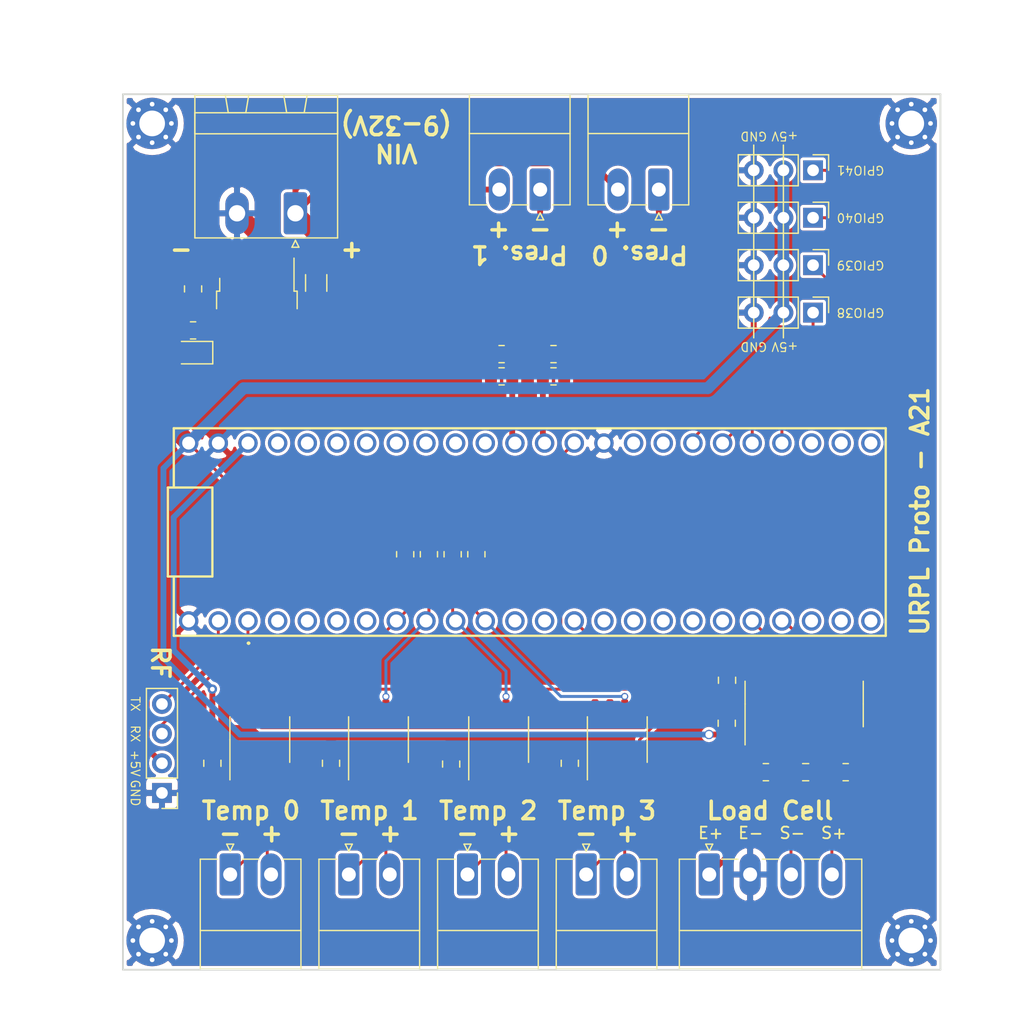
<source format=kicad_pcb>
(kicad_pcb (version 20171130) (host pcbnew 5.1.12-84ad8e8a86~92~ubuntu20.04.1)
  (layers (0 F.Cu signal) (31 B.Cu signal) (34 B.Paste user) (35 F.Paste user) (36 B.SilkS user) (37 F.SilkS user) (38 B.Mask user) (39 F.Mask user) (44 Edge.Cuts user))
  (net 0 "")
  (net 1 "Net-(IC1-Pad2)")
  (net 2 "Net-(IC1-Pad3)")
  (net 3 "Net-(IC1-Pad4)")
  (net 4 "Net-(IC1-Pad5)")
  (net 5 "Net-(IC1-Pad10)")
  (net 6 "Net-(IC1-Pad11)")
  (net 7 "Net-(IC1-Pad16)")
  (net 8 "Net-(IC1-Pad17)")
  (net 9 "Net-(IC1-Pad18)")
  (net 10 "Net-(IC1-Pad19)")
  (net 11 "Net-(IC1-Pad20)")
  (net 12 "Net-(IC1-Pad21)")
  (net 13 "Net-(IC1-Pad22)")
  (net 14 "Net-(IC1-Pad23)")
  (net 15 "Net-(IC1-Pad24)")
  (net 16 "Net-(IC1-Pad25)")
  (net 17 "Net-(IC1-Pad26)")
  (net 18 "Net-(IC1-Pad27)")
  (net 19 "Net-(IC1-Pad30)")
  (net 20 "Net-(IC1-Pad31)")
  (net 21 "Net-(IC1-Pad32)")
  (net 22 "Net-(IC1-Pad33)")
  (net 23 "Net-(IC1-Pad34)")
  (net 24 "Net-(IC1-Pad35)")
  (net 25 "Net-(IC1-Pad40)")
  (net 26 "Net-(IC1-Pad41)")
  (net 27 "Net-(IC1-Pad42)")
  (net 28 "Net-(IC2-Pad13)")
  (net 29 "Net-(IC2-Pad6)")
  (net 30 "Net-(IC2-Pad2)")
  (net 31 RF_RX)
  (net 32 CS_0)
  (net 33 CS_1)
  (net 34 CS_2)
  (net 35 CS_3)
  (net 36 SO)
  (net 37 SCK)
  (net 38 Pressure_0)
  (net 39 Pressure_1)
  (net 40 GND)
  (net 41 DOUT)
  (net 42 PD_SCK)
  (net 43 "Net-(C7-Pad2)")
  (net 44 "Net-(C7-Pad1)")
  (net 45 E+)
  (net 46 +3V3)
  (net 47 T+_0)
  (net 48 T-_0)
  (net 49 T+_1)
  (net 50 T-_1)
  (net 51 T+_2)
  (net 52 T-_2)
  (net 53 T+_3)
  (net 54 T-_3)
  (net 55 GPIO_0)
  (net 56 GPIO_1)
  (net 57 RF_TX)
  (net 58 +BATT)
  (net 59 S+)
  (net 60 S-)
  (net 61 "Net-(D1-Pad1)")
  (net 62 "Net-(J2-Pad1)")
  (net 63 "Net-(J3-Pad1)")
  (net 64 GPIO_2)
  (net 65 GPIO_3)
  (module Capacitor_SMD:C_0805_2012Metric (layer F.Cu) (at 101.7016 103.886 90)
    (fp_text reference C6 hide)
    (fp_text value 10uF)
    (pad 2 smd roundrect (at 0.95 0 90) (size 1 1.45) (layers F.Cu F.Paste F.Mask) (net 40 GND))
    (pad 1 smd roundrect (at -0.95 0 90) (size 1 1.45) (layers F.Cu F.Paste F.Mask) (net 45 E+))
  )
  (module Capacitor_SMD:C_0805_2012Metric (layer F.Cu) (at 56.007 66.675 270)
    (fp_text reference C9 hide)
    (fp_text value 0.1uF)
    (pad 2 smd roundrect (at 0.95 0 270) (size 1 1.45) (layers F.Cu F.Paste F.Mask) (net 40 GND))
    (pad 1 smd roundrect (at -0.95 0 270) (size 1 1.45) (layers F.Cu F.Paste F.Mask) (net 45 E+))
  )
  (module Capacitor_SMD:C_1206_3216Metric (layer F.Cu) (at 66.548 66.167 270)
    (fp_text reference C8 hide)
    (fp_text value 0.33uF)
    (pad 2 smd roundrect (at 1.475 0 270) (size 1.15 1.8) (layers F.Cu F.Paste F.Mask) (roundrect_rratio 0.2173904347826087) (net 40 GND))
    (pad 1 smd roundrect (at -1.475 0 270) (size 1.15 1.8) (layers F.Cu F.Paste F.Mask) (roundrect_rratio 0.2173904347826087) (net 58 +BATT))
  )
  (module Connector_PinHeader_2.54mm:PinHeader_1x03_P2.54mm_Vertical (layer F.Cu) (at 109.093 60.579 270)
    (fp_text reference J13 hide)
    (fp_text value GPIO_3)
    (pad 3 thru_hole oval (at 0 5.08 270) (size 1.7 1.7) (drill 1) (layers *.Cu *.Mask) (net 40 GND))
    (pad 2 thru_hole oval (at 0 2.54 270) (size 1.7 1.7) (drill 1) (layers *.Cu *.Mask) (net 45 E+))
    (pad 1 thru_hole rect (at 0 0 270) (size 1.7 1.7) (drill 1) (layers *.Cu *.Mask) (net 65 GPIO_3))
  )
  (module Connector_PinHeader_2.54mm:PinHeader_1x03_P2.54mm_Vertical (layer F.Cu) (at 109.093 56.515 270)
    (fp_text reference J12 hide)
    (fp_text value GPIO_2)
    (pad 3 thru_hole oval (at 0 5.08 270) (size 1.7 1.7) (drill 1) (layers *.Cu *.Mask) (net 40 GND))
    (pad 2 thru_hole oval (at 0 2.54 270) (size 1.7 1.7) (drill 1) (layers *.Cu *.Mask) (net 45 E+))
    (pad 1 thru_hole rect (at 0 0 270) (size 1.7 1.7) (drill 1) (layers *.Cu *.Mask) (net 64 GPIO_2))
  )
  (module MountingHole:MountingHole_2.2mm_M2_Pad_Via (layer F.Cu) (at 52.5 122.5)
    (fp_text reference H4 hide)
    (fp_text value MountingHole_Pad)
    (pad 1 thru_hole circle (at 1.166726 -1.166726) (size 0.7 0.7) (drill 0.4) (layers *.Cu *.Mask) (net 40 GND))
    (pad 1 thru_hole circle (at 0 -1.65) (size 0.7 0.7) (drill 0.4) (layers *.Cu *.Mask) (net 40 GND))
    (pad 1 thru_hole circle (at -1.166726 -1.166726) (size 0.7 0.7) (drill 0.4) (layers *.Cu *.Mask) (net 40 GND))
    (pad 1 thru_hole circle (at -1.65 0) (size 0.7 0.7) (drill 0.4) (layers *.Cu *.Mask) (net 40 GND))
    (pad 1 thru_hole circle (at -1.166726 1.166726) (size 0.7 0.7) (drill 0.4) (layers *.Cu *.Mask) (net 40 GND))
    (pad 1 thru_hole circle (at 0 1.65) (size 0.7 0.7) (drill 0.4) (layers *.Cu *.Mask) (net 40 GND))
    (pad 1 thru_hole circle (at 1.166726 1.166726) (size 0.7 0.7) (drill 0.4) (layers *.Cu *.Mask) (net 40 GND))
    (pad 1 thru_hole circle (at 1.65 0) (size 0.7 0.7) (drill 0.4) (layers *.Cu *.Mask) (net 40 GND))
    (pad 1 thru_hole circle (at 0 0) (size 4.4 4.4) (drill 2.2) (layers *.Cu *.Mask) (net 40 GND))
  )
  (module MountingHole:MountingHole_2.2mm_M2_Pad_Via (layer F.Cu) (at 117.5 122.5)
    (fp_text reference H3 hide)
    (fp_text value MountingHole_Pad)
    (pad 1 thru_hole circle (at 1.166726 -1.166726) (size 0.7 0.7) (drill 0.4) (layers *.Cu *.Mask) (net 40 GND))
    (pad 1 thru_hole circle (at 0 -1.65) (size 0.7 0.7) (drill 0.4) (layers *.Cu *.Mask) (net 40 GND))
    (pad 1 thru_hole circle (at -1.166726 -1.166726) (size 0.7 0.7) (drill 0.4) (layers *.Cu *.Mask) (net 40 GND))
    (pad 1 thru_hole circle (at -1.65 0) (size 0.7 0.7) (drill 0.4) (layers *.Cu *.Mask) (net 40 GND))
    (pad 1 thru_hole circle (at -1.166726 1.166726) (size 0.7 0.7) (drill 0.4) (layers *.Cu *.Mask) (net 40 GND))
    (pad 1 thru_hole circle (at 0 1.65) (size 0.7 0.7) (drill 0.4) (layers *.Cu *.Mask) (net 40 GND))
    (pad 1 thru_hole circle (at 1.166726 1.166726) (size 0.7 0.7) (drill 0.4) (layers *.Cu *.Mask) (net 40 GND))
    (pad 1 thru_hole circle (at 1.65 0) (size 0.7 0.7) (drill 0.4) (layers *.Cu *.Mask) (net 40 GND))
    (pad 1 thru_hole circle (at 0 0) (size 4.4 4.4) (drill 2.2) (layers *.Cu *.Mask) (net 40 GND))
  )
  (module MountingHole:MountingHole_2.2mm_M2_Pad_Via (layer F.Cu) (at 117.5 52.5)
    (fp_text reference H2 hide)
    (fp_text value MountingHole_Pad)
    (pad 1 thru_hole circle (at 1.166726 -1.166726) (size 0.7 0.7) (drill 0.4) (layers *.Cu *.Mask) (net 40 GND))
    (pad 1 thru_hole circle (at 0 -1.65) (size 0.7 0.7) (drill 0.4) (layers *.Cu *.Mask) (net 40 GND))
    (pad 1 thru_hole circle (at -1.166726 -1.166726) (size 0.7 0.7) (drill 0.4) (layers *.Cu *.Mask) (net 40 GND))
    (pad 1 thru_hole circle (at -1.65 0) (size 0.7 0.7) (drill 0.4) (layers *.Cu *.Mask) (net 40 GND))
    (pad 1 thru_hole circle (at -1.166726 1.166726) (size 0.7 0.7) (drill 0.4) (layers *.Cu *.Mask) (net 40 GND))
    (pad 1 thru_hole circle (at 0 1.65) (size 0.7 0.7) (drill 0.4) (layers *.Cu *.Mask) (net 40 GND))
    (pad 1 thru_hole circle (at 1.166726 1.166726) (size 0.7 0.7) (drill 0.4) (layers *.Cu *.Mask) (net 40 GND))
    (pad 1 thru_hole circle (at 1.65 0) (size 0.7 0.7) (drill 0.4) (layers *.Cu *.Mask) (net 40 GND))
    (pad 1 thru_hole circle (at 0 0) (size 4.4 4.4) (drill 2.2) (layers *.Cu *.Mask) (net 40 GND))
  )
  (module MountingHole:MountingHole_2.2mm_M2_Pad_Via (layer F.Cu) (at 52.5 52.5)
    (fp_text reference H1 hide)
    (fp_text value MountingHole_Pad)
    (pad 1 thru_hole circle (at 1.166726 -1.166726) (size 0.7 0.7) (drill 0.4) (layers *.Cu *.Mask) (net 40 GND))
    (pad 1 thru_hole circle (at 0 -1.65) (size 0.7 0.7) (drill 0.4) (layers *.Cu *.Mask) (net 40 GND))
    (pad 1 thru_hole circle (at -1.166726 -1.166726) (size 0.7 0.7) (drill 0.4) (layers *.Cu *.Mask) (net 40 GND))
    (pad 1 thru_hole circle (at -1.65 0) (size 0.7 0.7) (drill 0.4) (layers *.Cu *.Mask) (net 40 GND))
    (pad 1 thru_hole circle (at -1.166726 1.166726) (size 0.7 0.7) (drill 0.4) (layers *.Cu *.Mask) (net 40 GND))
    (pad 1 thru_hole circle (at 0 1.65) (size 0.7 0.7) (drill 0.4) (layers *.Cu *.Mask) (net 40 GND))
    (pad 1 thru_hole circle (at 1.166726 1.166726) (size 0.7 0.7) (drill 0.4) (layers *.Cu *.Mask) (net 40 GND))
    (pad 1 thru_hole circle (at 1.65 0) (size 0.7 0.7) (drill 0.4) (layers *.Cu *.Mask) (net 40 GND))
    (pad 1 thru_hole circle (at 0 0) (size 4.4 4.4) (drill 2.2) (layers *.Cu *.Mask) (net 40 GND))
  )
  (module Resistor_SMD:R_0805_2012Metric (layer F.Cu) (at 80.264 89.408 270)
    (fp_text reference R11 hide)
    (fp_text value 10k)
    (pad 2 smd roundrect (at 0.9125 0 270) (size 1.025 1.4) (layers F.Cu F.Paste F.Mask) (roundrect_rratio 0.2439004878048781) (net 35 CS_3))
    (pad 1 smd roundrect (at -0.9125 0 270) (size 1.025 1.4) (layers F.Cu F.Paste F.Mask) (roundrect_rratio 0.2439004878048781) (net 45 E+))
  )
  (module Resistor_SMD:R_0805_2012Metric (layer F.Cu) (at 78.232 89.408 270)
    (fp_text reference R10 hide)
    (fp_text value 10k)
    (pad 2 smd roundrect (at 0.9125 0 270) (size 1.025 1.4) (layers F.Cu F.Paste F.Mask) (roundrect_rratio 0.2439004878048781) (net 34 CS_2))
    (pad 1 smd roundrect (at -0.9125 0 270) (size 1.025 1.4) (layers F.Cu F.Paste F.Mask) (roundrect_rratio 0.2439004878048781) (net 45 E+))
  )
  (module Resistor_SMD:R_0805_2012Metric (layer F.Cu) (at 76.2 89.408 270)
    (fp_text reference R9 hide)
    (fp_text value 10k)
    (pad 2 smd roundrect (at 0.9125 0 270) (size 1.025 1.4) (layers F.Cu F.Paste F.Mask) (roundrect_rratio 0.2439004878048781) (net 33 CS_1))
    (pad 1 smd roundrect (at -0.9125 0 270) (size 1.025 1.4) (layers F.Cu F.Paste F.Mask) (roundrect_rratio 0.2439004878048781) (net 45 E+))
  )
  (module Resistor_SMD:R_0805_2012Metric (layer F.Cu) (at 74.168 89.408 270)
    (fp_text reference R8 hide)
    (fp_text value 10k)
    (pad 2 smd roundrect (at 0.9125 0 270) (size 1.025 1.4) (layers F.Cu F.Paste F.Mask) (roundrect_rratio 0.2439004878048781) (net 32 CS_0))
    (pad 1 smd roundrect (at -0.9125 0 270) (size 1.025 1.4) (layers F.Cu F.Paste F.Mask) (roundrect_rratio 0.2439004878048781) (net 45 E+))
  )
  (module teensy4_1:TEENSY41 (layer F.Cu) (at 60.706 95.123)
    (fp_text reference IC1 hide)
    (fp_text value TEENSY_4.1 hide)
    (pad 1 thru_hole circle (at 0 0) (size 1.665 1.665) (drill 1.11) (layers *.Cu *.Mask) (net 31 RF_RX))
    (pad 2 thru_hole circle (at 2.54 0) (size 1.665 1.665) (drill 1.11) (layers *.Cu *.Mask) (net 1 "Net-(IC1-Pad2)"))
    (pad 3 thru_hole circle (at 5.08 0) (size 1.665 1.665) (drill 1.11) (layers *.Cu *.Mask) (net 2 "Net-(IC1-Pad3)"))
    (pad 4 thru_hole circle (at 7.62 0) (size 1.665 1.665) (drill 1.11) (layers *.Cu *.Mask) (net 3 "Net-(IC1-Pad4)"))
    (pad 5 thru_hole circle (at 10.16 0) (size 1.665 1.665) (drill 1.11) (layers *.Cu *.Mask) (net 4 "Net-(IC1-Pad5)"))
    (pad 6 thru_hole circle (at 12.7 0) (size 1.665 1.665) (drill 1.11) (layers *.Cu *.Mask) (net 32 CS_0))
    (pad 7 thru_hole circle (at 15.24 0) (size 1.665 1.665) (drill 1.11) (layers *.Cu *.Mask) (net 33 CS_1))
    (pad 8 thru_hole circle (at 17.78 0) (size 1.665 1.665) (drill 1.11) (layers *.Cu *.Mask) (net 34 CS_2))
    (pad 9 thru_hole circle (at 20.32 0) (size 1.665 1.665) (drill 1.11) (layers *.Cu *.Mask) (net 35 CS_3))
    (pad 10 thru_hole circle (at 22.86 0) (size 1.665 1.665) (drill 1.11) (layers *.Cu *.Mask) (net 5 "Net-(IC1-Pad10)"))
    (pad 11 thru_hole circle (at 25.4 0) (size 1.665 1.665) (drill 1.11) (layers *.Cu *.Mask) (net 6 "Net-(IC1-Pad11)"))
    (pad 12 thru_hole circle (at 27.94 0) (size 1.665 1.665) (drill 1.11) (layers *.Cu *.Mask) (net 36 SO))
    (pad 13 thru_hole circle (at 27.94 -15.24) (size 1.665 1.665) (drill 1.11) (layers *.Cu *.Mask) (net 37 SCK))
    (pad 14 thru_hole circle (at 25.4 -15.24) (size 1.665 1.665) (drill 1.11) (layers *.Cu *.Mask) (net 38 Pressure_0))
    (pad 15 thru_hole circle (at 22.86 -15.24) (size 1.665 1.665) (drill 1.11) (layers *.Cu *.Mask) (net 39 Pressure_1))
    (pad 16 thru_hole circle (at 20.32 -15.24) (size 1.665 1.665) (drill 1.11) (layers *.Cu *.Mask) (net 7 "Net-(IC1-Pad16)"))
    (pad 17 thru_hole circle (at 17.78 -15.24) (size 1.665 1.665) (drill 1.11) (layers *.Cu *.Mask) (net 8 "Net-(IC1-Pad17)"))
    (pad 18 thru_hole circle (at 15.24 -15.24) (size 1.665 1.665) (drill 1.11) (layers *.Cu *.Mask) (net 9 "Net-(IC1-Pad18)"))
    (pad 19 thru_hole circle (at 12.7 -15.24) (size 1.665 1.665) (drill 1.11) (layers *.Cu *.Mask) (net 10 "Net-(IC1-Pad19)"))
    (pad 20 thru_hole circle (at 10.16 -15.24) (size 1.665 1.665) (drill 1.11) (layers *.Cu *.Mask) (net 11 "Net-(IC1-Pad20)"))
    (pad 21 thru_hole circle (at 7.62 -15.24) (size 1.665 1.665) (drill 1.11) (layers *.Cu *.Mask) (net 12 "Net-(IC1-Pad21)"))
    (pad 22 thru_hole circle (at 5.08 -15.24) (size 1.665 1.665) (drill 1.11) (layers *.Cu *.Mask) (net 13 "Net-(IC1-Pad22)"))
    (pad 23 thru_hole circle (at 2.54 -15.24) (size 1.665 1.665) (drill 1.11) (layers *.Cu *.Mask) (net 14 "Net-(IC1-Pad23)"))
    (pad 24 thru_hole circle (at 33.02 0) (size 1.665 1.665) (drill 1.11) (layers *.Cu *.Mask) (net 15 "Net-(IC1-Pad24)"))
    (pad 25 thru_hole circle (at 35.56 0) (size 1.665 1.665) (drill 1.11) (layers *.Cu *.Mask) (net 16 "Net-(IC1-Pad25)"))
    (pad 26 thru_hole circle (at 38.1 0) (size 1.665 1.665) (drill 1.11) (layers *.Cu *.Mask) (net 17 "Net-(IC1-Pad26)"))
    (pad 27 thru_hole circle (at 40.64 0) (size 1.665 1.665) (drill 1.11) (layers *.Cu *.Mask) (net 18 "Net-(IC1-Pad27)"))
    (pad 28 thru_hole circle (at 43.18 0) (size 1.665 1.665) (drill 1.11) (layers *.Cu *.Mask) (net 41 DOUT))
    (pad 29 thru_hole circle (at 45.72 0) (size 1.665 1.665) (drill 1.11) (layers *.Cu *.Mask) (net 42 PD_SCK))
    (pad 30 thru_hole circle (at 48.26 0) (size 1.665 1.665) (drill 1.11) (layers *.Cu *.Mask) (net 19 "Net-(IC1-Pad30)"))
    (pad 31 thru_hole circle (at 50.8 0) (size 1.665 1.665) (drill 1.11) (layers *.Cu *.Mask) (net 20 "Net-(IC1-Pad31)"))
    (pad 32 thru_hole circle (at 53.34 0) (size 1.665 1.665) (drill 1.11) (layers *.Cu *.Mask) (net 21 "Net-(IC1-Pad32)"))
    (pad 33 thru_hole circle (at 53.34 -15.24) (size 1.665 1.665) (drill 1.11) (layers *.Cu *.Mask) (net 22 "Net-(IC1-Pad33)"))
    (pad 34 thru_hole circle (at 50.8 -15.24) (size 1.665 1.665) (drill 1.11) (layers *.Cu *.Mask) (net 23 "Net-(IC1-Pad34)"))
    (pad 35 thru_hole circle (at 48.26 -15.24) (size 1.665 1.665) (drill 1.11) (layers *.Cu *.Mask) (net 24 "Net-(IC1-Pad35)"))
    (pad 36 thru_hole circle (at 45.72 -15.24) (size 1.665 1.665) (drill 1.11) (layers *.Cu *.Mask) (net 64 GPIO_2))
    (pad 37 thru_hole circle (at 43.18 -15.24) (size 1.665 1.665) (drill 1.11) (layers *.Cu *.Mask) (net 65 GPIO_3))
    (pad 38 thru_hole circle (at 40.64 -15.24) (size 1.665 1.665) (drill 1.11) (layers *.Cu *.Mask) (net 55 GPIO_0))
    (pad 39 thru_hole circle (at 38.1 -15.24) (size 1.665 1.665) (drill 1.11) (layers *.Cu *.Mask) (net 56 GPIO_1))
    (pad 40 thru_hole circle (at 35.56 -15.24) (size 1.665 1.665) (drill 1.11) (layers *.Cu *.Mask) (net 25 "Net-(IC1-Pad40)"))
    (pad 41 thru_hole circle (at 33.02 -15.24) (size 1.665 1.665) (drill 1.11) (layers *.Cu *.Mask) (net 26 "Net-(IC1-Pad41)"))
    (pad 42 thru_hole circle (at 30.48 0) (size 1.665 1.665) (drill 1.11) (layers *.Cu *.Mask) (net 27 "Net-(IC1-Pad42)"))
    (pad 53 thru_hole circle (at 0 -15.24) (size 1.665 1.665) (drill 1.11) (layers *.Cu *.Mask) (net 46 +3V3))
    (pad 55 thru_hole circle (at -5.08 -15.24) (size 1.665 1.665) (drill 1.11) (layers *.Cu *.Mask) (net 45 E+))
    (pad 57 thru_hole circle (at -2.54 0) (size 1.665 1.665) (drill 1.11) (layers *.Cu *.Mask) (net 57 RF_TX))
    (pad G1 thru_hole circle (at 30.48 -15.24) (size 1.665 1.665) (drill 1.11) (layers *.Cu *.Mask) (net 40 GND))
    (pad G2 thru_hole circle (at -2.54 -15.24) (size 1.665 1.665) (drill 1.11) (layers *.Cu *.Mask) (net 40 GND))
    (pad G3 thru_hole circle (at -5.08 0) (size 1.665 1.665) (drill 1.11) (layers *.Cu *.Mask) (net 40 GND))
  )
  (module Resistor_SMD:R_0805_2012Metric (layer F.Cu) (at 56.007 70.231)
    (fp_text reference R7 hide)
    (fp_text value 3k3)
    (pad 2 smd roundrect (at 0.9125 0) (size 1.025 1.4) (layers F.Cu F.Paste F.Mask) (roundrect_rratio 0.2439004878048781) (net 40 GND))
    (pad 1 smd roundrect (at -0.9125 0) (size 1.025 1.4) (layers F.Cu F.Paste F.Mask) (roundrect_rratio 0.2439004878048781) (net 61 "Net-(D1-Pad1)"))
  )
  (module LED_SMD:LED_0805_2012Metric (layer F.Cu) (at 56.007 72.136 180)
    (fp_text reference D1 hide)
    (fp_text value LED_RED)
    (pad 2 smd roundrect (at 0.9375 0 180) (size 0.975 1.4) (layers F.Cu F.Paste F.Mask) (net 45 E+))
    (pad 1 smd roundrect (at -0.9375 0 180) (size 0.975 1.4) (layers F.Cu F.Paste F.Mask) (net 61 "Net-(D1-Pad1)"))
  )
  (module Package_TO_SOT_SMD:TO-252-2 (layer F.Cu) (at 61.468 69.342 270)
    (fp_text reference U5 hide)
    (fp_text value MC7805BDTRKG)
    (pad 2 smd rect (at 2.1 0 270) (size 6.4 5.8) (layers F.Cu F.Mask) (net 40 GND))
    (pad 3 smd rect (at -4.2 2.28 270) (size 2.2 1.2) (layers F.Cu F.Paste F.Mask) (net 45 E+))
    (pad 1 smd rect (at -4.2 -2.28 270) (size 2.2 1.2) (layers F.Cu F.Paste F.Mask) (net 58 +BATT))
  )
  (module Package_SO:SOIC-8_3.9x4.9mm_P1.27mm (layer F.Cu) (at 92.329 105.283 90)
    (fp_text reference U4 hide)
    (fp_text value MAX31855NASA)
    (pad 8 smd roundrect (at 2.475 -1.905 90) (size 1.95 0.6) (layers F.Cu F.Paste F.Mask))
    (pad 7 smd roundrect (at 2.475 -0.635 90) (size 1.95 0.6) (layers F.Cu F.Paste F.Mask) (net 36 SO))
    (pad 6 smd roundrect (at 2.475 0.635 90) (size 1.95 0.6) (layers F.Cu F.Paste F.Mask) (net 35 CS_3))
    (pad 5 smd roundrect (at 2.475 1.905 90) (size 1.95 0.6) (layers F.Cu F.Paste F.Mask) (net 37 SCK))
    (pad 4 smd roundrect (at -2.475 1.905 90) (size 1.95 0.6) (layers F.Cu F.Paste F.Mask) (net 46 +3V3))
    (pad 3 smd roundrect (at -2.475 0.635 90) (size 1.95 0.6) (layers F.Cu F.Paste F.Mask) (net 53 T+_3))
    (pad 2 smd roundrect (at -2.475 -0.635 90) (size 1.95 0.6) (layers F.Cu F.Paste F.Mask) (net 54 T-_3))
    (pad 1 smd roundrect (at -2.475 -1.905 90) (size 1.95 0.6) (layers F.Cu F.Paste F.Mask) (net 40 GND))
  )
  (module Package_SO:SOIC-8_3.9x4.9mm_P1.27mm (layer F.Cu) (at 82.169 105.283 90)
    (fp_text reference U3 hide)
    (fp_text value MAX31855NASA)
    (pad 8 smd roundrect (at 2.475 -1.905 90) (size 1.95 0.6) (layers F.Cu F.Paste F.Mask))
    (pad 7 smd roundrect (at 2.475 -0.635 90) (size 1.95 0.6) (layers F.Cu F.Paste F.Mask) (net 36 SO))
    (pad 6 smd roundrect (at 2.475 0.635 90) (size 1.95 0.6) (layers F.Cu F.Paste F.Mask) (net 34 CS_2))
    (pad 5 smd roundrect (at 2.475 1.905 90) (size 1.95 0.6) (layers F.Cu F.Paste F.Mask) (net 37 SCK))
    (pad 4 smd roundrect (at -2.475 1.905 90) (size 1.95 0.6) (layers F.Cu F.Paste F.Mask) (net 46 +3V3))
    (pad 3 smd roundrect (at -2.475 0.635 90) (size 1.95 0.6) (layers F.Cu F.Paste F.Mask) (net 51 T+_2))
    (pad 2 smd roundrect (at -2.475 -0.635 90) (size 1.95 0.6) (layers F.Cu F.Paste F.Mask) (net 52 T-_2))
    (pad 1 smd roundrect (at -2.475 -1.905 90) (size 1.95 0.6) (layers F.Cu F.Paste F.Mask) (net 40 GND))
  )
  (module Package_SO:SOIC-8_3.9x4.9mm_P1.27mm (layer F.Cu) (at 71.882 105.283 90)
    (fp_text reference U2 hide)
    (fp_text value MAX31855JASA)
    (pad 8 smd roundrect (at 2.475 -1.905 90) (size 1.95 0.6) (layers F.Cu F.Paste F.Mask))
    (pad 7 smd roundrect (at 2.475 -0.635 90) (size 1.95 0.6) (layers F.Cu F.Paste F.Mask) (net 36 SO))
    (pad 6 smd roundrect (at 2.475 0.635 90) (size 1.95 0.6) (layers F.Cu F.Paste F.Mask) (net 33 CS_1))
    (pad 5 smd roundrect (at 2.475 1.905 90) (size 1.95 0.6) (layers F.Cu F.Paste F.Mask) (net 37 SCK))
    (pad 4 smd roundrect (at -2.475 1.905 90) (size 1.95 0.6) (layers F.Cu F.Paste F.Mask) (net 46 +3V3))
    (pad 3 smd roundrect (at -2.475 0.635 90) (size 1.95 0.6) (layers F.Cu F.Paste F.Mask) (net 49 T+_1))
    (pad 2 smd roundrect (at -2.475 -0.635 90) (size 1.95 0.6) (layers F.Cu F.Paste F.Mask) (net 50 T-_1))
    (pad 1 smd roundrect (at -2.475 -1.905 90) (size 1.95 0.6) (layers F.Cu F.Paste F.Mask) (net 40 GND))
  )
  (module Package_SO:SOIC-8_3.9x4.9mm_P1.27mm (layer F.Cu) (at 61.722 105.283 90)
    (fp_text reference U1 hide)
    (fp_text value MAX31855JASA)
    (pad 8 smd roundrect (at 2.475 -1.905 90) (size 1.95 0.6) (layers F.Cu F.Paste F.Mask))
    (pad 7 smd roundrect (at 2.475 -0.635 90) (size 1.95 0.6) (layers F.Cu F.Paste F.Mask) (net 36 SO))
    (pad 6 smd roundrect (at 2.475 0.635 90) (size 1.95 0.6) (layers F.Cu F.Paste F.Mask) (net 32 CS_0))
    (pad 5 smd roundrect (at 2.475 1.905 90) (size 1.95 0.6) (layers F.Cu F.Paste F.Mask) (net 37 SCK))
    (pad 4 smd roundrect (at -2.475 1.905 90) (size 1.95 0.6) (layers F.Cu F.Paste F.Mask) (net 46 +3V3))
    (pad 3 smd roundrect (at -2.475 0.635 90) (size 1.95 0.6) (layers F.Cu F.Paste F.Mask) (net 47 T+_0))
    (pad 2 smd roundrect (at -2.475 -0.635 90) (size 1.95 0.6) (layers F.Cu F.Paste F.Mask) (net 48 T-_0))
    (pad 1 smd roundrect (at -2.475 -1.905 90) (size 1.95 0.6) (layers F.Cu F.Paste F.Mask) (net 40 GND))
  )
  (module Resistor_SMD:R_0805_2012Metric (layer F.Cu) (at 82.423 72.263)
    (fp_text reference R6 hide)
    (fp_text value 160)
    (pad 2 smd roundrect (at 0.9125 0) (size 1.025 1.4) (layers F.Cu F.Paste F.Mask) (roundrect_rratio 0.2439004878048781) (net 40 GND))
    (pad 1 smd roundrect (at -0.9125 0) (size 1.025 1.4) (layers F.Cu F.Paste F.Mask) (roundrect_rratio 0.2439004878048781) (net 63 "Net-(J3-Pad1)"))
  )
  (module Resistor_SMD:R_0805_2012Metric (layer F.Cu) (at 82.423 74.168)
    (fp_text reference R5 hide)
    (fp_text value 10k)
    (pad 2 smd roundrect (at 0.9125 0) (size 1.025 1.4) (layers F.Cu F.Paste F.Mask) (roundrect_rratio 0.2439004878048781) (net 39 Pressure_1))
    (pad 1 smd roundrect (at -0.9125 0) (size 1.025 1.4) (layers F.Cu F.Paste F.Mask) (roundrect_rratio 0.2439004878048781) (net 63 "Net-(J3-Pad1)"))
  )
  (module Resistor_SMD:R_0805_2012Metric (layer F.Cu) (at 111.887 108.077 180)
    (fp_text reference R4 hide)
    (fp_text value 100)
    (pad 2 smd roundrect (at 0.9125 0 180) (size 1.025 1.4) (layers F.Cu F.Paste F.Mask) (roundrect_rratio 0.2439004878048781) (net 43 "Net-(C7-Pad2)"))
    (pad 1 smd roundrect (at -0.9125 0 180) (size 1.025 1.4) (layers F.Cu F.Paste F.Mask) (roundrect_rratio 0.2439004878048781) (net 59 S+))
  )
  (module Resistor_SMD:R_0805_2012Metric (layer F.Cu) (at 105.0525 108.077)
    (fp_text reference R3 hide)
    (fp_text value 100)
    (pad 2 smd roundrect (at 0.9125 0) (size 1.025 1.4) (layers F.Cu F.Paste F.Mask) (roundrect_rratio 0.2439004878048781) (net 44 "Net-(C7-Pad1)"))
    (pad 1 smd roundrect (at -0.9125 0) (size 1.025 1.4) (layers F.Cu F.Paste F.Mask) (roundrect_rratio 0.2439004878048781) (net 60 S-))
  )
  (module Resistor_SMD:R_0805_2012Metric (layer F.Cu) (at 86.868 72.263 180)
    (fp_text reference R2 hide)
    (fp_text value 160)
    (pad 2 smd roundrect (at 0.9125 0 180) (size 1.025 1.4) (layers F.Cu F.Paste F.Mask) (roundrect_rratio 0.2439004878048781) (net 40 GND))
    (pad 1 smd roundrect (at -0.9125 0 180) (size 1.025 1.4) (layers F.Cu F.Paste F.Mask) (roundrect_rratio 0.2439004878048781) (net 62 "Net-(J2-Pad1)"))
  )
  (module Resistor_SMD:R_0805_2012Metric (layer F.Cu) (at 86.868 74.168 180)
    (fp_text reference R1 hide)
    (fp_text value 10k)
    (pad 2 smd roundrect (at 0.9125 0 180) (size 1.025 1.4) (layers F.Cu F.Paste F.Mask) (roundrect_rratio 0.2439004878048781) (net 38 Pressure_0))
    (pad 1 smd roundrect (at -0.9125 0 180) (size 1.025 1.4) (layers F.Cu F.Paste F.Mask) (roundrect_rratio 0.2439004878048781) (net 62 "Net-(J2-Pad1)"))
  )
  (module Connector_Phoenix_MSTB:PhoenixContact_MSTBA_2,5_2-G_1x02_P5.00mm_Horizontal (layer F.Cu) (at 64.77 60.198 180)
    (fp_text reference J11 hide)
    (fp_text value Power_In)
    (pad 2 thru_hole oval (at 5 0 180) (size 2 3.6) (drill 1.4) (layers *.Cu *.Mask) (net 40 GND))
    (pad 1 thru_hole roundrect (at 0 0 180) (size 2 3.6) (drill 1.4) (layers *.Cu *.Mask) (roundrect_rratio 0.125) (net 58 +BATT))
  )
  (module Connector_PinHeader_2.54mm:PinHeader_1x03_P2.54mm_Vertical (layer F.Cu) (at 109.093 68.707 270)
    (fp_text reference J10 hide)
    (fp_text value GPIO_1)
    (pad 3 thru_hole oval (at 0 5.08 270) (size 1.7 1.7) (drill 1) (layers *.Cu *.Mask) (net 40 GND))
    (pad 2 thru_hole oval (at 0 2.54 270) (size 1.7 1.7) (drill 1) (layers *.Cu *.Mask) (net 45 E+))
    (pad 1 thru_hole rect (at 0 0 270) (size 1.7 1.7) (drill 1) (layers *.Cu *.Mask) (net 56 GPIO_1))
  )
  (module Connector_PinHeader_2.54mm:PinHeader_1x03_P2.54mm_Vertical (layer F.Cu) (at 109.093 64.643 270)
    (fp_text reference J9 hide)
    (fp_text value GPIO_0)
    (pad 3 thru_hole oval (at 0 5.08 270) (size 1.7 1.7) (drill 1) (layers *.Cu *.Mask) (net 40 GND))
    (pad 2 thru_hole oval (at 0 2.54 270) (size 1.7 1.7) (drill 1) (layers *.Cu *.Mask) (net 45 E+))
    (pad 1 thru_hole rect (at 0 0 270) (size 1.7 1.7) (drill 1) (layers *.Cu *.Mask) (net 55 GPIO_0))
  )
  (module Connector_Phoenix_MC:PhoenixContact_MC_1,5_2-G-3.5_1x02_P3.50mm_Horizontal (layer F.Cu) (at 89.662 116.84)
    (fp_text reference J8 hide)
    (fp_text value Temp3)
    (pad 2 thru_hole oval (at 3.5 0) (size 1.8 3.6) (drill 1.2) (layers *.Cu *.Mask) (net 53 T+_3))
    (pad 1 thru_hole roundrect (at 0 0) (size 1.8 3.6) (drill 1.2) (layers *.Cu *.Mask) (roundrect_rratio 0.1388888888888889) (net 54 T-_3))
  )
  (module Connector_Phoenix_MC:PhoenixContact_MC_1,5_2-G-3.5_1x02_P3.50mm_Horizontal (layer F.Cu) (at 79.502 116.84)
    (fp_text reference J7 hide)
    (fp_text value Temp2)
    (pad 2 thru_hole oval (at 3.5 0) (size 1.8 3.6) (drill 1.2) (layers *.Cu *.Mask) (net 51 T+_2))
    (pad 1 thru_hole roundrect (at 0 0) (size 1.8 3.6) (drill 1.2) (layers *.Cu *.Mask) (roundrect_rratio 0.1388888888888889) (net 52 T-_2))
  )
  (module Connector_Phoenix_MC:PhoenixContact_MC_1,5_2-G-3.5_1x02_P3.50mm_Horizontal (layer F.Cu) (at 69.342 116.84)
    (fp_text reference J6 hide)
    (fp_text value Temp1)
    (pad 2 thru_hole oval (at 3.5 0) (size 1.8 3.6) (drill 1.2) (layers *.Cu *.Mask) (net 49 T+_1))
    (pad 1 thru_hole roundrect (at 0 0) (size 1.8 3.6) (drill 1.2) (layers *.Cu *.Mask) (roundrect_rratio 0.1388888888888889) (net 50 T-_1))
  )
  (module Connector_Phoenix_MC:PhoenixContact_MC_1,5_2-G-3.5_1x02_P3.50mm_Horizontal (layer F.Cu) (at 59.182 116.84)
    (fp_text reference J5 hide)
    (fp_text value Temp0)
    (pad 2 thru_hole oval (at 3.5 0) (size 1.8 3.6) (drill 1.2) (layers *.Cu *.Mask) (net 47 T+_0))
    (pad 1 thru_hole roundrect (at 0 0) (size 1.8 3.6) (drill 1.2) (layers *.Cu *.Mask) (roundrect_rratio 0.1388888888888889) (net 48 T-_0))
  )
  (module Connector_Phoenix_MC:PhoenixContact_MC_1,5_4-G-3.5_1x04_P3.50mm_Horizontal (layer F.Cu) (at 100.203 116.84)
    (fp_text reference J4 hide)
    (fp_text value "Load cell")
    (pad 4 thru_hole oval (at 10.5 0) (size 1.8 3.6) (drill 1.2) (layers *.Cu *.Mask) (net 59 S+))
    (pad 3 thru_hole oval (at 7 0) (size 1.8 3.6) (drill 1.2) (layers *.Cu *.Mask) (net 60 S-))
    (pad 2 thru_hole oval (at 3.5 0) (size 1.8 3.6) (drill 1.2) (layers *.Cu *.Mask) (net 40 GND))
    (pad 1 thru_hole roundrect (at 0 0) (size 1.8 3.6) (drill 1.2) (layers *.Cu *.Mask) (roundrect_rratio 0.1388888888888889) (net 45 E+))
  )
  (module Connector_Phoenix_MC:PhoenixContact_MC_1,5_2-G-3.5_1x02_P3.50mm_Horizontal (layer F.Cu) (at 85.725 58.166 180)
    (fp_text reference J3 hide)
    (fp_text value Pressure1)
    (pad 2 thru_hole oval (at 3.5 0 180) (size 1.8 3.6) (drill 1.2) (layers *.Cu *.Mask) (net 58 +BATT))
    (pad 1 thru_hole roundrect (at 0 0 180) (size 1.8 3.6) (drill 1.2) (layers *.Cu *.Mask) (roundrect_rratio 0.1388888888888889) (net 63 "Net-(J3-Pad1)"))
  )
  (module Connector_Phoenix_MC:PhoenixContact_MC_1,5_2-G-3.5_1x02_P3.50mm_Horizontal (layer F.Cu) (at 95.885 58.166 180)
    (fp_text reference J2 hide)
    (fp_text value Pressure0)
    (pad 2 thru_hole oval (at 3.5 0 180) (size 1.8 3.6) (drill 1.2) (layers *.Cu *.Mask) (net 58 +BATT))
    (pad 1 thru_hole roundrect (at 0 0 180) (size 1.8 3.6) (drill 1.2) (layers *.Cu *.Mask) (roundrect_rratio 0.1388888888888889) (net 62 "Net-(J2-Pad1)"))
  )
  (module Connector_PinHeader_2.54mm:PinHeader_1x04_P2.54mm_Vertical (layer F.Cu) (at 53.34 109.855 180)
    (fp_text reference J1 hide)
    (fp_text value RF)
    (pad 4 thru_hole oval (at 0 7.62 180) (size 1.7 1.7) (drill 1) (layers *.Cu *.Mask) (net 57 RF_TX))
    (pad 3 thru_hole oval (at 0 5.08 180) (size 1.7 1.7) (drill 1) (layers *.Cu *.Mask) (net 31 RF_RX))
    (pad 2 thru_hole oval (at 0 2.54 180) (size 1.7 1.7) (drill 1) (layers *.Cu *.Mask) (net 45 E+))
    (pad 1 thru_hole rect (at 0 0 180) (size 1.7 1.7) (drill 1) (layers *.Cu *.Mask) (net 40 GND))
  )
  (module Package_SO:SOP-16_3.9x9.9mm_P1.27mm (layer F.Cu) (at 108.331 102.235 90)
    (fp_text reference IC2 hide)
    (fp_text value HX711)
    (pad 16 smd roundrect (at 2.5 -4.445 90) (size 2 0.6) (layers F.Cu F.Paste F.Mask) (net 46 +3V3))
    (pad 15 smd roundrect (at 2.5 -3.175 90) (size 2 0.6) (layers F.Cu F.Paste F.Mask) (net 40 GND))
    (pad 14 smd roundrect (at 2.5 -1.905 90) (size 2 0.6) (layers F.Cu F.Paste F.Mask) (net 40 GND))
    (pad 13 smd roundrect (at 2.5 -0.635 90) (size 2 0.6) (layers F.Cu F.Paste F.Mask) (net 28 "Net-(IC2-Pad13)"))
    (pad 12 smd roundrect (at 2.5 0.635 90) (size 2 0.6) (layers F.Cu F.Paste F.Mask) (net 41 DOUT))
    (pad 11 smd roundrect (at 2.5 1.905 90) (size 2 0.6) (layers F.Cu F.Paste F.Mask) (net 42 PD_SCK))
    (pad 10 smd roundrect (at 2.5 3.175 90) (size 2 0.6) (layers F.Cu F.Paste F.Mask) (net 40 GND))
    (pad 9 smd roundrect (at 2.5 4.445 90) (size 2 0.6) (layers F.Cu F.Paste F.Mask) (net 40 GND))
    (pad 8 smd roundrect (at -2.5 4.445 90) (size 2 0.6) (layers F.Cu F.Paste F.Mask) (net 43 "Net-(C7-Pad2)"))
    (pad 7 smd roundrect (at -2.5 3.175 90) (size 2 0.6) (layers F.Cu F.Paste F.Mask) (net 44 "Net-(C7-Pad1)"))
    (pad 6 smd roundrect (at -2.5 1.905 90) (size 2 0.6) (layers F.Cu F.Paste F.Mask) (net 29 "Net-(IC2-Pad6)"))
    (pad 5 smd roundrect (at -2.5 0.635 90) (size 2 0.6) (layers F.Cu F.Paste F.Mask) (net 40 GND))
    (pad 4 smd roundrect (at -2.5 -0.635 90) (size 2 0.6) (layers F.Cu F.Paste F.Mask) (net 40 GND))
    (pad 3 smd roundrect (at -2.5 -1.905 90) (size 2 0.6) (layers F.Cu F.Paste F.Mask) (net 45 E+))
    (pad 2 smd roundrect (at -2.5 -3.175 90) (size 2 0.6) (layers F.Cu F.Paste F.Mask) (net 30 "Net-(IC2-Pad2)"))
    (pad 1 smd roundrect (at -2.5 -4.445 90) (size 2 0.6) (layers F.Cu F.Paste F.Mask) (net 45 E+))
  )
  (module Capacitor_SMD:C_0805_2012Metric (layer F.Cu) (at 108.458 108.077)
    (fp_text reference C7 hide)
    (fp_text value 0.1uF)
    (pad 2 smd roundrect (at 0.95 0) (size 1 1.45) (layers F.Cu F.Paste F.Mask) (net 43 "Net-(C7-Pad2)"))
    (pad 1 smd roundrect (at -0.95 0) (size 1 1.45) (layers F.Cu F.Paste F.Mask) (net 44 "Net-(C7-Pad1)"))
  )
  (module Capacitor_SMD:C_0805_2012Metric (layer F.Cu) (at 101.727 100.203 270)
    (fp_text reference C5 hide)
    (fp_text value 0.1uF)
    (pad 2 smd roundrect (at 0.95 0 270) (size 1 1.45) (layers F.Cu F.Paste F.Mask) (net 40 GND))
    (pad 1 smd roundrect (at -0.95 0 270) (size 1 1.45) (layers F.Cu F.Paste F.Mask) (net 46 +3V3))
  )
  (module Capacitor_SMD:C_0805_2012Metric (layer F.Cu) (at 88.265 107.315 270)
    (fp_text reference C4 hide)
    (fp_text value 0.1uF)
    (pad 2 smd roundrect (at 0.95 0 270) (size 1 1.45) (layers F.Cu F.Paste F.Mask) (net 40 GND))
    (pad 1 smd roundrect (at -0.95 0 270) (size 1 1.45) (layers F.Cu F.Paste F.Mask) (net 46 +3V3))
  )
  (module Capacitor_SMD:C_0805_2012Metric (layer F.Cu) (at 78.105 107.381 270)
    (fp_text reference C3 hide)
    (fp_text value 0.1uF)
    (pad 2 smd roundrect (at 0.95 0 270) (size 1 1.45) (layers F.Cu F.Paste F.Mask) (net 40 GND))
    (pad 1 smd roundrect (at -0.95 0 270) (size 1 1.45) (layers F.Cu F.Paste F.Mask) (net 46 +3V3))
  )
  (module Capacitor_SMD:C_0805_2012Metric (layer F.Cu) (at 67.818 107.315 270)
    (fp_text reference C2 hide)
    (fp_text value 0.1uF)
    (pad 2 smd roundrect (at 0.95 0 270) (size 1 1.45) (layers F.Cu F.Paste F.Mask) (net 40 GND))
    (pad 1 smd roundrect (at -0.95 0 270) (size 1 1.45) (layers F.Cu F.Paste F.Mask) (net 46 +3V3))
  )
  (module Capacitor_SMD:C_0805_2012Metric (layer F.Cu) (at 57.658 107.315 270)
    (fp_text reference C1 hide)
    (fp_text value 0.1uF)
    (pad 2 smd roundrect (at 0.95 0 270) (size 1 1.45) (layers F.Cu F.Paste F.Mask) (net 40 GND))
    (pad 1 smd roundrect (at -0.95 0 270) (size 1 1.45) (layers F.Cu F.Paste F.Mask) (net 46 +3V3))
  )
  (gr_text +5V (at 106.68 71.628 180) (layer F.SilkS) (effects (font (size 0.75 0.75) (thickness 0.1))))
  (gr_text GND (at 104.013 71.628 180) (layer F.SilkS) (effects (font (size 0.75 0.75) (thickness 0.1))))
  (gr_text GPIO41 (at 113.157 56.515 180) (layer F.SilkS) (effects (font (size 0.75 0.75) (thickness 0.1))))
  (gr_text GPIO40 (at 113.157 60.579 180) (layer F.SilkS) (effects (font (size 0.75 0.75) (thickness 0.1))))
  (gr_text GND (at 51.054 109.855 -90) (layer F.SilkS) (effects (font (size 0.75 0.75) (thickness 0.1))))
  (gr_text +5V (at 51.054 107.315 -90) (layer F.SilkS) (effects (font (size 0.75 0.75) (thickness 0.1))))
  (gr_text RX (at 51.054 104.775 -90) (layer F.SilkS) (effects (font (size 0.75 0.75) (thickness 0.1))))
  (gr_text TX (at 51.054 102.235 -90) (layer F.SilkS) (effects (font (size 0.75 0.75) (thickness 0.1))))
  (gr_text RF (at 53.213 98.679 270) (layer F.SilkS) (effects (font (size 1.5 1.5) (thickness 0.3))))
  (gr_text "URPL Proto - A21" (at 118.237 85.725 90) (layer F.SilkS) (effects (font (size 1.5 1.5) (thickness 0.3))))
  (gr_line (start 104.013 54.356) (end 104.013 70.866) (layer F.SilkS) (width 0.12))
  (gr_line (start 106.553 54.356) (end 106.553 70.866) (layer F.SilkS) (width 0.12))
  (gr_text GND (at 104.013 53.594 180) (layer F.SilkS) (effects (font (size 0.75 0.75) (thickness 0.1))))
  (gr_text GPIO38 (at 113.157 68.707 180) (layer F.SilkS) (effects (font (size 0.75 0.75) (thickness 0.1))))
  (gr_text +5V (at 106.68 53.594 180) (layer F.SilkS) (effects (font (size 0.75 0.75) (thickness 0.1))))
  (gr_text GPIO39 (at 113.157 64.643 180) (layer F.SilkS) (effects (font (size 0.75 0.75) (thickness 0.1))))
  (gr_text + (at 69.596 63.246) (layer F.SilkS) (effects (font (size 1.5 1.5) (thickness 0.3))))
  (gr_text - (at 54.991 63.246) (layer F.SilkS) (effects (font (size 1.5 1.5) (thickness 0.3))))
  (gr_text "VIN\n(9-32V)" (at 73.406 53.848 180) (layer F.SilkS) (effects (font (size 1.5 1.5) (thickness 0.3))))
  (gr_text + (at 92.329 61.722 180) (layer F.SilkS) (effects (font (size 1.5 1.5) (thickness 0.3)) (justify mirror)))
  (gr_text - (at 95.885 61.722 180) (layer F.SilkS) (effects (font (size 1.5 1.5) (thickness 0.3)) (justify mirror)))
  (gr_text + (at 82.169 61.722 180) (layer F.SilkS) (effects (font (size 1.5 1.5) (thickness 0.3)) (justify mirror)))
  (gr_text - (at 85.725 61.722 180) (layer F.SilkS) (effects (font (size 1.5 1.5) (thickness 0.3)) (justify mirror)))
  (gr_text "Pres. 0" (at 94.234 63.754 180) (layer F.SilkS) (effects (font (size 1.5 1.5) (thickness 0.3))))
  (gr_text "Pres. 1" (at 83.947 63.754 180) (layer F.SilkS) (effects (font (size 1.5 1.5) (thickness 0.3))))
  (gr_text S+ (at 110.871 113.284) (layer F.SilkS) (effects (font (size 1 1))))
  (gr_text S- (at 107.315 113.284) (layer F.SilkS) (effects (font (size 1 1))))
  (gr_text E- (at 103.759 113.284) (layer F.SilkS) (effects (font (size 1 1))))
  (gr_text E+ (at 100.33 113.284) (layer F.SilkS) (effects (font (size 1 1))))
  (gr_text "Load Cell" (at 105.41 111.379) (layer F.SilkS) (effects (font (size 1.5 1.5) (thickness 0.3))))
  (gr_text + (at 93.218 113.284) (layer F.SilkS) (effects (font (size 1.5 1.5) (thickness 0.3)) (justify mirror)))
  (gr_text - (at 89.662 113.284) (layer F.SilkS) (effects (font (size 1.5 1.5) (thickness 0.3)) (justify mirror)))
  (gr_text "Temp 3" (at 91.44 111.379) (layer F.SilkS) (effects (font (size 1.5 1.5) (thickness 0.3))))
  (gr_text + (at 83.058 113.284) (layer F.SilkS) (effects (font (size 1.5 1.5) (thickness 0.3)) (justify mirror)))
  (gr_text - (at 79.502 113.284) (layer F.SilkS) (effects (font (size 1.5 1.5) (thickness 0.3)) (justify mirror)))
  (gr_text "Temp 2" (at 81.28 111.379) (layer F.SilkS) (effects (font (size 1.5 1.5) (thickness 0.3))))
  (gr_text + (at 72.898 113.284) (layer F.SilkS) (effects (font (size 1.5 1.5) (thickness 0.3)) (justify mirror)))
  (gr_text - (at 69.342 113.284) (layer F.SilkS) (effects (font (size 1.5 1.5) (thickness 0.3)) (justify mirror)))
  (gr_text "Temp 1" (at 71.12 111.379) (layer F.SilkS) (effects (font (size 1.5 1.5) (thickness 0.3))))
  (gr_text "Temp 0" (at 60.96 111.379) (layer F.SilkS) (effects (font (size 1.5 1.5) (thickness 0.3))))
  (gr_text + (at 62.738 113.284) (layer F.SilkS) (effects (font (size 1.5 1.5) (thickness 0.3)) (justify mirror)))
  (gr_text - (at 59.182 113.284) (layer F.SilkS) (effects (font (size 1.5 1.5) (thickness 0.3)) (justify mirror)))
  (gr_line (start 50 50) (end 120 50) (layer Edge.Cuts) (width 0.15))
  (gr_line (start 120 50) (end 120 125) (layer Edge.Cuts) (width 0.15))
  (gr_line (start 120 125) (end 50 125) (layer Edge.Cuts) (width 0.15))
  (gr_line (start 50 125) (end 50 50) (layer Edge.Cuts) (width 0.15))
  (segment (start 60.706 96.647) (end 60.706 95.123) (width 0.25) (layer F.Cu) (net 31))
  (segment (start 53.34 104.013) (end 60.706 96.647) (width 0.25) (layer F.Cu) (net 31))
  (segment (start 53.34 104.775) (end 53.34 104.013) (width 0.25) (layer F.Cu) (net 31))
  (segment (start 67.289 96.901) (end 71.628 96.901) (width 0.25) (layer F.Cu) (net 32))
  (segment (start 62.357 101.833) (end 67.289 96.901) (width 0.25) (layer F.Cu) (net 32))
  (segment (start 71.628 96.901) (end 73.406 95.123) (width 0.25) (layer F.Cu) (net 32))
  (segment (start 62.357 102.808) (end 62.357 101.833) (width 0.25) (layer F.Cu) (net 32))
  (segment (start 74.168 94.361) (end 74.168 90.3205) (width 0.25) (layer F.Cu) (net 32))
  (segment (start 73.406 95.123) (end 74.168 94.361) (width 0.25) (layer F.Cu) (net 32))
  (via (at 72.517 101.6) (size 0.6) (drill 0.4) (layers F.Cu B.Cu) (net 33))
  (segment (start 72.517 102.808) (end 72.517 101.6) (width 0.25) (layer F.Cu) (net 33))
  (segment (start 76.2 94.869) (end 75.946 95.123) (width 0.25) (layer F.Cu) (net 33))
  (segment (start 76.2 90.3205) (end 76.2 94.869) (width 0.25) (layer F.Cu) (net 33))
  (segment (start 72.517 98.552) (end 75.946 95.123) (width 0.25) (layer B.Cu) (net 33))
  (segment (start 72.517 101.6) (end 72.517 98.552) (width 0.25) (layer B.Cu) (net 33))
  (via (at 82.804 101.59) (size 0.6) (drill 0.4) (layers F.Cu B.Cu) (net 34))
  (segment (start 82.804 102.808) (end 82.804 101.59) (width 0.25) (layer F.Cu) (net 34))
  (segment (start 78.232 94.869) (end 78.486 95.123) (width 0.25) (layer F.Cu) (net 34))
  (segment (start 78.232 90.3205) (end 78.232 94.869) (width 0.25) (layer F.Cu) (net 34))
  (segment (start 82.804 99.441) (end 78.486 95.123) (width 0.25) (layer B.Cu) (net 34))
  (segment (start 82.804 101.59) (end 82.804 99.441) (width 0.25) (layer B.Cu) (net 34))
  (via (at 92.964 101.59) (size 0.6) (drill 0.4) (layers F.Cu B.Cu) (net 35))
  (segment (start 92.964 102.808) (end 92.964 101.59) (width 0.25) (layer F.Cu) (net 35))
  (segment (start 80.264 94.361) (end 81.026 95.123) (width 0.25) (layer F.Cu) (net 35))
  (segment (start 80.264 90.3205) (end 80.264 94.361) (width 0.25) (layer F.Cu) (net 35))
  (segment (start 81.788 95.885) (end 81.026 95.123) (width 0.25) (layer B.Cu) (net 35))
  (segment (start 87.493 101.59) (end 81.788 95.885) (width 0.25) (layer B.Cu) (net 35))
  (segment (start 92.964 101.59) (end 87.493 101.59) (width 0.25) (layer B.Cu) (net 35))
  (segment (start 81.534 102.808) (end 81.534 103.783) (width 0.25) (layer F.Cu) (net 36))
  (segment (start 71.247 102.808) (end 71.247 103.783) (width 0.25) (layer F.Cu) (net 36))
  (segment (start 81.534 103.783) (end 81.534 104.267) (width 0.25) (layer F.Cu) (net 36))
  (segment (start 71.247 103.783) (end 71.247 104.267) (width 0.25) (layer F.Cu) (net 36))
  (segment (start 81.534 104.267) (end 71.247 104.267) (width 0.25) (layer F.Cu) (net 36))
  (segment (start 61.087 103.505) (end 61.087 102.808) (width 0.25) (layer F.Cu) (net 36))
  (segment (start 61.849 104.267) (end 61.087 103.505) (width 0.25) (layer F.Cu) (net 36))
  (segment (start 71.247 104.267) (end 61.849 104.267) (width 0.25) (layer F.Cu) (net 36))
  (segment (start 91.694 102.808) (end 91.694 103.783) (width 0.25) (layer F.Cu) (net 36))
  (segment (start 91.694 103.783) (end 91.694 104.267) (width 0.25) (layer F.Cu) (net 36))
  (segment (start 91.694 104.267) (end 81.534 104.267) (width 0.25) (layer F.Cu) (net 36))
  (segment (start 89.408 95.885) (end 88.646 95.123) (width 0.25) (layer F.Cu) (net 36))
  (segment (start 90.438501 96.280501) (end 89.803501 96.280501) (width 0.25) (layer F.Cu) (net 36))
  (segment (start 94.996 100.838) (end 90.438501 96.280501) (width 0.25) (layer F.Cu) (net 36))
  (segment (start 94.996 103.886) (end 94.996 100.838) (width 0.25) (layer F.Cu) (net 36))
  (segment (start 94.615 104.267) (end 94.996 103.886) (width 0.25) (layer F.Cu) (net 36))
  (segment (start 89.803501 96.280501) (end 89.408 95.885) (width 0.25) (layer F.Cu) (net 36))
  (segment (start 91.694 104.267) (end 94.615 104.267) (width 0.25) (layer F.Cu) (net 36))
  (segment (start 84.074 102.808) (end 84.074 100.965) (width 0.25) (layer F.Cu) (net 37))
  (segment (start 73.787 100.965) (end 84.074 100.965) (width 0.25) (layer F.Cu) (net 37))
  (segment (start 73.787 102.808) (end 73.787 100.965) (width 0.25) (layer F.Cu) (net 37))
  (segment (start 65.47 100.965) (end 73.787 100.965) (width 0.25) (layer F.Cu) (net 37))
  (segment (start 63.627 102.808) (end 65.47 100.965) (width 0.25) (layer F.Cu) (net 37))
  (segment (start 94.234 100.965) (end 94.234 102.808) (width 0.25) (layer F.Cu) (net 37))
  (segment (start 84.074 100.965) (end 94.234 100.965) (width 0.25) (layer F.Cu) (net 37))
  (segment (start 87.488499 95.997499) (end 87.488499 81.040501) (width 0.25) (layer F.Cu) (net 37))
  (segment (start 88.265 96.774) (end 87.488499 95.997499) (width 0.25) (layer F.Cu) (net 37))
  (segment (start 90.107898 96.774) (end 88.265 96.774) (width 0.25) (layer F.Cu) (net 37))
  (segment (start 94.234 100.900102) (end 90.107898 96.774) (width 0.25) (layer F.Cu) (net 37))
  (segment (start 87.488499 81.040501) (end 88.646 79.883) (width 0.25) (layer F.Cu) (net 37))
  (segment (start 94.234 102.808) (end 94.234 100.900102) (width 0.25) (layer F.Cu) (net 37))
  (segment (start 85.9555 79.7325) (end 86.106 79.883) (width 0.5) (layer F.Cu) (net 38))
  (segment (start 85.9555 74.168) (end 85.9555 79.7325) (width 0.5) (layer F.Cu) (net 38))
  (segment (start 83.3355 79.6525) (end 83.566 79.883) (width 0.5) (layer F.Cu) (net 39))
  (segment (start 83.3355 74.168) (end 83.3355 79.6525) (width 0.5) (layer F.Cu) (net 39))
  (segment (start 61.468 61.896) (end 61.468 71.442) (width 1.5) (layer F.Cu) (net 40))
  (segment (start 59.77 60.198) (end 61.468 61.896) (width 1.5) (layer F.Cu) (net 40))
  (segment (start 58.166 74.744) (end 58.166 79.883) (width 1.5) (layer F.Cu) (net 40))
  (segment (start 61.468 71.442) (end 58.166 74.744) (width 1.5) (layer F.Cu) (net 40))
  (segment (start 65.268 67.642) (end 61.468 71.442) (width 1.5) (layer F.Cu) (net 40))
  (segment (start 66.548 67.642) (end 65.268 67.642) (width 1.5) (layer F.Cu) (net 40))
  (segment (start 57.651 67.625) (end 61.468 71.442) (width 1.5) (layer F.Cu) (net 40))
  (segment (start 56.007 67.625) (end 57.651 67.625) (width 1.5) (layer F.Cu) (net 40))
  (segment (start 105.537 96.774) (end 103.886 95.123) (width 0.25) (layer F.Cu) (net 41))
  (segment (start 107.005 96.774) (end 105.537 96.774) (width 0.25) (layer F.Cu) (net 41))
  (segment (start 108.966 98.735) (end 107.005 96.774) (width 0.25) (layer F.Cu) (net 41))
  (segment (start 108.966 99.735) (end 108.966 98.735) (width 0.25) (layer F.Cu) (net 41))
  (segment (start 106.624 95.123) (end 106.426 95.123) (width 0.25) (layer F.Cu) (net 42))
  (segment (start 110.236 98.735) (end 106.624 95.123) (width 0.25) (layer F.Cu) (net 42))
  (segment (start 110.236 99.735) (end 110.236 98.735) (width 0.25) (layer F.Cu) (net 42))
  (segment (start 109.408 108.077) (end 110.9745 108.077) (width 0.25) (layer F.Cu) (net 43))
  (segment (start 112.776 106.2755) (end 112.776 104.735) (width 0.25) (layer F.Cu) (net 43))
  (segment (start 110.9745 108.077) (end 112.776 106.2755) (width 0.25) (layer F.Cu) (net 43))
  (segment (start 105.965 108.077) (end 107.508 108.077) (width 0.25) (layer F.Cu) (net 44))
  (segment (start 111.506 105.136768) (end 111.506 104.735) (width 0.25) (layer F.Cu) (net 44))
  (segment (start 109.615778 107.02699) (end 111.506 105.136768) (width 0.25) (layer F.Cu) (net 44))
  (segment (start 108.55801 107.02699) (end 109.615778 107.02699) (width 0.25) (layer F.Cu) (net 44))
  (segment (start 107.508 108.077) (end 108.55801 107.02699) (width 0.25) (layer F.Cu) (net 44))
  (segment (start 55.0695 72.136) (end 53.721 72.136) (width 0.25) (layer F.Cu) (net 45))
  (segment (start 53.721 72.136) (end 53.63199 72.04699) (width 0.25) (layer F.Cu) (net 45))
  (segment (start 53.63199 72.04699) (end 53.63199 76.36499) (width 1.5) (layer F.Cu) (net 45))
  (segment (start 74.168 88.4955) (end 76.2 88.4955) (width 0.25) (layer F.Cu) (net 45))
  (segment (start 76.2 88.4955) (end 78.232 88.4955) (width 0.25) (layer F.Cu) (net 45))
  (segment (start 78.232 88.4955) (end 80.264 88.4955) (width 0.25) (layer F.Cu) (net 45))
  (segment (start 53.63199 77.88899) (end 55.626 79.883) (width 1.5) (layer F.Cu) (net 45))
  (segment (start 53.63199 76.36499) (end 53.63199 77.88899) (width 1.5) (layer F.Cu) (net 45))
  (segment (start 52.039999 79.480981) (end 53.63199 77.88899) (width 0.5) (layer F.Cu) (net 45))
  (segment (start 52.039999 106.014999) (end 52.039999 79.480981) (width 0.5) (layer F.Cu) (net 45))
  (segment (start 53.34 107.315) (end 52.039999 106.014999) (width 0.5) (layer F.Cu) (net 45))
  (segment (start 64.2385 88.4955) (end 55.626 79.883) (width 0.25) (layer F.Cu) (net 45))
  (segment (start 74.168 88.4955) (end 64.2385 88.4955) (width 0.25) (layer F.Cu) (net 45))
  (segment (start 106.553 68.707) (end 106.553 64.643) (width 1) (layer B.Cu) (net 45))
  (segment (start 106.553 64.643) (end 106.553 60.579) (width 1) (layer B.Cu) (net 45))
  (segment (start 106.553 60.579) (end 106.553 56.515) (width 1) (layer B.Cu) (net 45))
  (segment (start 100.076 75.184) (end 106.553 68.707) (width 1) (layer B.Cu) (net 45))
  (segment (start 60.325 75.184) (end 100.076 75.184) (width 1) (layer B.Cu) (net 45))
  (segment (start 55.626 79.883) (end 60.325 75.184) (width 1) (layer B.Cu) (net 45))
  (segment (start 56.59 65.142) (end 56.007 65.725) (width 1.5) (layer F.Cu) (net 45))
  (segment (start 59.188 65.142) (end 56.59 65.142) (width 1.5) (layer F.Cu) (net 45))
  (segment (start 53.63199 67.577936) (end 53.63199 72.04699) (width 1.5) (layer F.Cu) (net 45))
  (segment (start 55.484926 65.725) (end 53.63199 67.577936) (width 1.5) (layer F.Cu) (net 45))
  (segment (start 56.007 65.725) (end 55.484926 65.725) (width 1.5) (layer F.Cu) (net 45))
  (segment (start 106.426 103.735) (end 106.426 104.735) (width 0.5) (layer F.Cu) (net 45))
  (segment (start 105.97599 103.28499) (end 106.426 103.735) (width 0.5) (layer F.Cu) (net 45))
  (segment (start 104.33601 103.28499) (end 105.97599 103.28499) (width 0.5) (layer F.Cu) (net 45))
  (segment (start 103.886 103.735) (end 104.33601 103.28499) (width 0.5) (layer F.Cu) (net 45))
  (segment (start 103.886 104.735) (end 103.886 103.735) (width 0.5) (layer F.Cu) (net 45))
  (via (at 100.1776 104.8512) (size 0.8) (drill 0.6) (layers F.Cu B.Cu) (net 45))
  (segment (start 55.626 79.883) (end 53.467 82.042) (width 0.5) (layer B.Cu) (net 45))
  (segment (start 53.467 82.042) (end 53.467 98.298) (width 0.5) (layer B.Cu) (net 45))
  (segment (start 53.467 98.298) (end 60.0202 104.8512) (width 0.5) (layer B.Cu) (net 45))
  (segment (start 60.0202 104.8512) (end 100.1776 104.8512) (width 0.5) (layer B.Cu) (net 45))
  (segment (start 101.6864 104.8512) (end 101.7016 104.836) (width 0.5) (layer F.Cu) (net 45))
  (segment (start 100.1776 104.8512) (end 101.6864 104.8512) (width 0.5) (layer F.Cu) (net 45))
  (segment (start 103.785 104.836) (end 103.886 104.735) (width 0.5) (layer F.Cu) (net 45))
  (segment (start 101.7016 104.836) (end 103.785 104.836) (width 0.5) (layer F.Cu) (net 45))
  (segment (start 101.7016 115.3414) (end 100.203 116.84) (width 0.5) (layer F.Cu) (net 45))
  (segment (start 101.7016 104.836) (end 101.7016 115.3414) (width 0.5) (layer F.Cu) (net 45))
  (segment (start 73.787 106.783) (end 73.787 107.758) (width 0.25) (layer F.Cu) (net 46))
  (segment (start 73.369 106.365) (end 73.787 106.783) (width 0.25) (layer F.Cu) (net 46))
  (segment (start 67.818 106.365) (end 73.369 106.365) (width 0.25) (layer F.Cu) (net 46))
  (segment (start 63.627 107.381232) (end 63.627 107.758) (width 0.25) (layer F.Cu) (net 46))
  (segment (start 62.610768 106.365) (end 63.627 107.381232) (width 0.25) (layer F.Cu) (net 46))
  (segment (start 57.658 106.365) (end 62.610768 106.365) (width 0.25) (layer F.Cu) (net 46))
  (segment (start 83.123768 106.431) (end 84.074 107.381232) (width 0.25) (layer F.Cu) (net 46))
  (segment (start 84.074 107.381232) (end 84.074 107.758) (width 0.25) (layer F.Cu) (net 46))
  (segment (start 78.105 106.431) (end 83.123768 106.431) (width 0.25) (layer F.Cu) (net 46))
  (segment (start 94.234 106.783) (end 94.234 107.758) (width 0.25) (layer F.Cu) (net 46))
  (segment (start 93.816 106.365) (end 94.234 106.783) (width 0.25) (layer F.Cu) (net 46))
  (segment (start 88.265 106.365) (end 93.816 106.365) (width 0.25) (layer F.Cu) (net 46))
  (segment (start 103.404 99.253) (end 103.886 99.735) (width 0.25) (layer F.Cu) (net 46))
  (segment (start 101.727 99.253) (end 103.404 99.253) (width 0.25) (layer F.Cu) (net 46))
  (segment (start 58.156829 105.866171) (end 67.319171 105.866171) (width 0.5) (layer F.Cu) (net 46))
  (segment (start 67.319171 105.866171) (end 67.818 106.365) (width 0.5) (layer F.Cu) (net 46))
  (segment (start 57.658 106.365) (end 58.156829 105.866171) (width 0.5) (layer F.Cu) (net 46))
  (segment (start 77.540171 105.866171) (end 78.105 106.431) (width 0.5) (layer F.Cu) (net 46))
  (segment (start 68.316829 105.866171) (end 77.540171 105.866171) (width 0.5) (layer F.Cu) (net 46))
  (segment (start 67.818 106.365) (end 68.316829 105.866171) (width 0.5) (layer F.Cu) (net 46))
  (segment (start 87.832171 105.932171) (end 88.265 106.365) (width 0.5) (layer F.Cu) (net 46))
  (segment (start 78.603829 105.932171) (end 87.832171 105.932171) (width 0.5) (layer F.Cu) (net 46))
  (segment (start 78.105 106.431) (end 78.603829 105.932171) (width 0.5) (layer F.Cu) (net 46))
  (via (at 57.658002 100.965) (size 0.8) (drill 0.4) (layers F.Cu B.Cu) (net 46))
  (segment (start 57.658 106.365) (end 57.658 100.965002) (width 0.5) (layer F.Cu) (net 46))
  (segment (start 57.658 100.965002) (end 57.658002 100.965) (width 0.5) (layer F.Cu) (net 46))
  (segment (start 54.343499 97.650497) (end 57.658002 100.965) (width 0.5) (layer B.Cu) (net 46))
  (segment (start 54.343499 86.245501) (end 54.343499 97.650497) (width 0.5) (layer B.Cu) (net 46))
  (segment (start 60.706 79.883) (end 54.343499 86.245501) (width 0.5) (layer B.Cu) (net 46))
  (segment (start 100.2894 99.253) (end 101.727 99.253) (width 0.25) (layer F.Cu) (net 46))
  (segment (start 94.234 105.3084) (end 100.2894 99.253) (width 0.25) (layer F.Cu) (net 46))
  (segment (start 94.234 107.758) (end 94.234 105.3084) (width 0.25) (layer F.Cu) (net 46))
  (segment (start 62.357 116.515) (end 62.682 116.84) (width 0.25) (layer F.Cu) (net 47))
  (segment (start 62.357 107.758) (end 62.357 116.515) (width 0.25) (layer F.Cu) (net 47))
  (segment (start 61.087 114.935) (end 59.182 116.84) (width 0.25) (layer F.Cu) (net 48))
  (segment (start 61.087 107.758) (end 61.087 114.935) (width 0.25) (layer F.Cu) (net 48))
  (segment (start 72.517 116.515) (end 72.842 116.84) (width 0.25) (layer F.Cu) (net 49))
  (segment (start 72.517 107.758) (end 72.517 116.515) (width 0.25) (layer F.Cu) (net 49))
  (segment (start 71.247 114.935) (end 69.342 116.84) (width 0.25) (layer F.Cu) (net 50))
  (segment (start 71.247 107.758) (end 71.247 114.935) (width 0.25) (layer F.Cu) (net 50))
  (segment (start 82.804 116.642) (end 83.002 116.84) (width 0.25) (layer F.Cu) (net 51))
  (segment (start 82.804 107.758) (end 82.804 116.642) (width 0.25) (layer F.Cu) (net 51))
  (segment (start 81.534 114.808) (end 79.502 116.84) (width 0.25) (layer F.Cu) (net 52))
  (segment (start 81.534 107.758) (end 81.534 114.808) (width 0.25) (layer F.Cu) (net 52))
  (segment (start 92.964 116.642) (end 93.162 116.84) (width 0.25) (layer F.Cu) (net 53))
  (segment (start 92.964 107.758) (end 92.964 116.642) (width 0.25) (layer F.Cu) (net 53))
  (segment (start 91.694 114.808) (end 89.662 116.84) (width 0.25) (layer F.Cu) (net 54))
  (segment (start 91.694 107.758) (end 91.694 114.808) (width 0.25) (layer F.Cu) (net 54))
  (segment (start 110.49 66.04) (end 110.49 70.739) (width 0.25) (layer F.Cu) (net 55))
  (segment (start 109.093 64.643) (end 110.49 66.04) (width 0.25) (layer F.Cu) (net 55))
  (segment (start 110.49 70.739) (end 101.346 79.883) (width 0.25) (layer F.Cu) (net 55))
  (segment (start 100.33 77.978) (end 98.806 79.502) (width 0.25) (layer F.Cu) (net 56))
  (segment (start 102.61459 77.978) (end 100.33 77.978) (width 0.25) (layer F.Cu) (net 56))
  (segment (start 109.093 71.49959) (end 102.61459 77.978) (width 0.25) (layer F.Cu) (net 56))
  (segment (start 98.806 79.502) (end 98.806 79.883) (width 0.25) (layer F.Cu) (net 56))
  (segment (start 109.093 68.707) (end 109.093 71.49959) (width 0.25) (layer F.Cu) (net 56))
  (segment (start 58.166 97.409) (end 58.166 95.123) (width 0.25) (layer F.Cu) (net 57))
  (segment (start 53.34 102.235) (end 58.166 97.409) (width 0.25) (layer F.Cu) (net 57))
  (segment (start 66.802 58.166) (end 64.77 60.198) (width 0.5) (layer F.Cu) (net 58))
  (segment (start 82.225 58.166) (end 66.802 58.166) (width 0.5) (layer F.Cu) (net 58))
  (segment (start 64.77 60.198) (end 64.77 58.166) (width 0.5) (layer F.Cu) (net 58))
  (segment (start 90.13499 55.91599) (end 92.385 58.166) (width 0.5) (layer F.Cu) (net 58))
  (segment (start 67.02001 55.91599) (end 90.13499 55.91599) (width 0.5) (layer F.Cu) (net 58))
  (segment (start 64.77 58.166) (end 67.02001 55.91599) (width 0.5) (layer F.Cu) (net 58))
  (segment (start 66.548 61.976) (end 64.77 60.198) (width 1.5) (layer F.Cu) (net 58))
  (segment (start 66.548 65.217) (end 66.548 61.976) (width 1.5) (layer F.Cu) (net 58))
  (segment (start 63.823 65.217) (end 63.748 65.142) (width 1.5) (layer F.Cu) (net 58))
  (segment (start 66.548 65.217) (end 63.823 65.217) (width 1.5) (layer F.Cu) (net 58))
  (segment (start 110.703 110.1735) (end 112.7995 108.077) (width 0.25) (layer F.Cu) (net 59))
  (segment (start 110.703 116.84) (end 110.703 110.1735) (width 0.25) (layer F.Cu) (net 59))
  (segment (start 107.203 111.14) (end 104.14 108.077) (width 0.25) (layer F.Cu) (net 60))
  (segment (start 107.203 116.84) (end 107.203 111.14) (width 0.25) (layer F.Cu) (net 60))
  (segment (start 55.0945 70.286) (end 56.9445 72.136) (width 0.25) (layer F.Cu) (net 61))
  (segment (start 55.0945 70.231) (end 55.0945 70.286) (width 0.25) (layer F.Cu) (net 61))
  (segment (start 95.885 58.166) (end 95.885 63.9045) (width 0.5) (layer F.Cu) (net 62))
  (segment (start 87.7805 72.263) (end 87.7805 74.168) (width 0.5) (layer F.Cu) (net 62))
  (segment (start 87.7805 72.009) (end 95.885 63.9045) (width 0.5) (layer F.Cu) (net 62))
  (segment (start 87.7805 72.263) (end 87.7805 72.009) (width 0.5) (layer F.Cu) (net 62))
  (segment (start 85.725 58.149691) (end 85.725 58.166) (width 1.5) (layer F.Cu) (net 63))
  (segment (start 81.5105 72.263) (end 81.5105 74.168) (width 0.5) (layer F.Cu) (net 63))
  (segment (start 85.725 68.0485) (end 81.5105 72.263) (width 0.5) (layer F.Cu) (net 63))
  (segment (start 85.725 58.166) (end 85.725 68.0485) (width 0.5) (layer F.Cu) (net 63))
  (segment (start 106.426 76.075822) (end 106.426 78.705668) (width 0.25) (layer F.Cu) (net 64))
  (segment (start 111.390022 71.1118) (end 106.426 76.075822) (width 0.25) (layer F.Cu) (net 64))
  (segment (start 106.426 78.705668) (end 106.426 79.883) (width 0.25) (layer F.Cu) (net 64))
  (segment (start 111.390022 57.712022) (end 111.390022 71.1118) (width 0.25) (layer F.Cu) (net 64))
  (segment (start 110.193 56.515) (end 111.390022 57.712022) (width 0.25) (layer F.Cu) (net 64))
  (segment (start 109.093 56.515) (end 110.193 56.515) (width 0.25) (layer F.Cu) (net 64))
  (segment (start 103.886 77.979411) (end 103.886 78.705668) (width 0.25) (layer F.Cu) (net 65))
  (segment (start 110.940011 70.9254) (end 103.886 77.979411) (width 0.25) (layer F.Cu) (net 65))
  (segment (start 109.093 60.579) (end 110.193 60.579) (width 0.25) (layer F.Cu) (net 65))
  (segment (start 110.193 60.579) (end 110.940011 61.326011) (width 0.25) (layer F.Cu) (net 65))
  (segment (start 103.886 78.705668) (end 103.886 79.883) (width 0.25) (layer F.Cu) (net 65))
  (segment (start 110.940011 61.326011) (end 110.940011 70.9254) (width 0.25) (layer F.Cu) (net 65))
  (zone (net 40) (net_name GND) (layer F.Cu) (connect_pads (clearance 0.254)) (min_thickness 0.254) (fill yes (arc_segments 32) (thermal_gap 0.508) (thermal_bridge_width 0.508))
    (polygon (pts (xy 120.015 125.095) (xy 49.911 125.095) (xy 50.038 50.038) (xy 120.015 49.911)))
  )
  (zone (net 40) (net_name GND) (layer B.Cu) (connect_pads (clearance 0.254)) (min_thickness 0.254) (fill yes (arc_segments 32) (thermal_gap 0.508) (thermal_bridge_width 0.508))
    (polygon (pts (xy 120.015 125.095) (xy 49.911 125.095) (xy 50.038 50.038) (xy 120.015 49.911)))
  )
)
</source>
